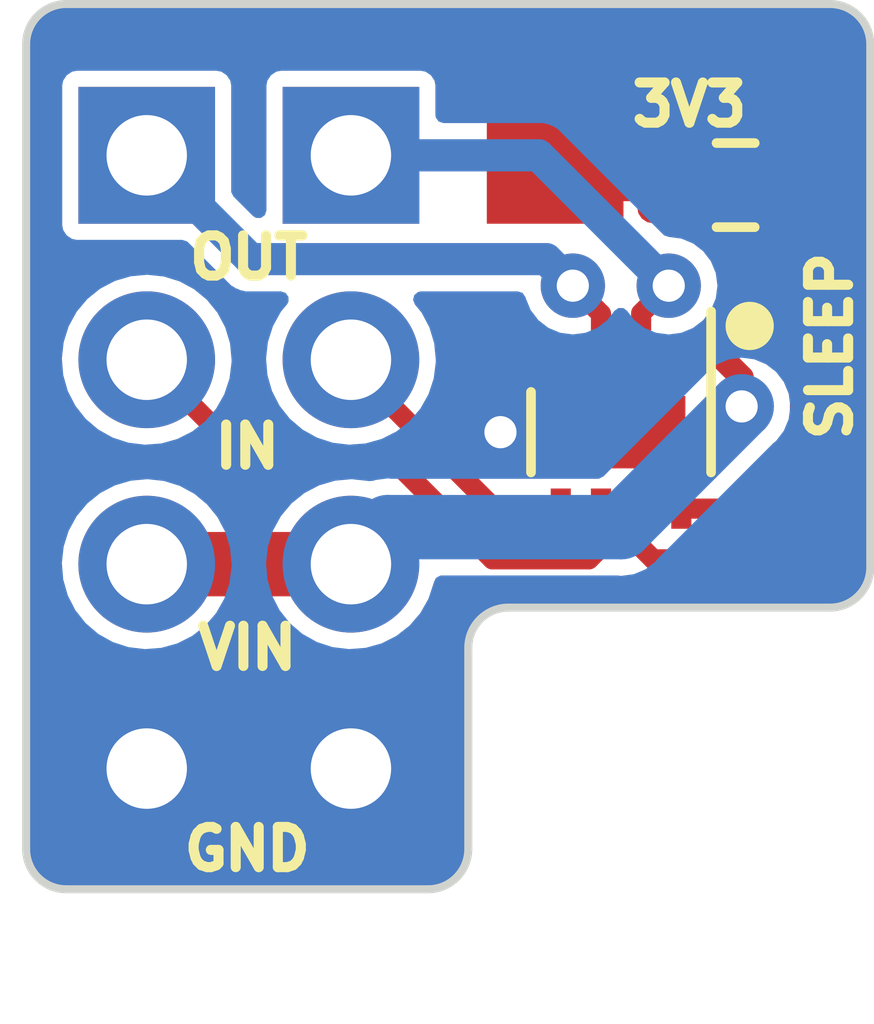
<source format=kicad_pcb>
(kicad_pcb (version 20211014) (generator pcbnew)
  (layers (0 "F.Cu" signal) (31 "B.Cu" signal) (34 "B.Paste" user) (35 "F.Paste" user) (36 "B.SilkS" user "B.Silkscreen") (37 "F.SilkS" user "F.Silkscreen") (38 "B.Mask" user) (39 "F.Mask" user) (44 "Edge.Cuts" user))
  (net 0 "")
  (net 1 "GND")
  (net 2 "/IN1")
  (net 3 "/IN2")
  (net 4 "/OUT1")
  (net 5 "+5V")
  (net 6 "/OUT2")
  (net 7 "+3V3")
  (net 8 "/SLEEP")
  (footprint "Package_SON:WSON-8-1EP_2x2mm_P0.5mm_EP0.9x1.6mm" (layer "F.Cu") (at 59.5 54.66 -90)
    (fp_text reference "U1" hide)
    (fp_text value "DRV8837C")
    (fp_line (start 0.5 1.12) (end -0.5 1.12) (layer "F.SilkS") (width 0.12))
    (fp_line (start -1.5 -1.12) (end 0.5 -1.12) (layer "F.SilkS") (width 0.12))
    (pad "1" smd rect (at -0.95 -0.75 270) (size 0.5 0.25) (layers "F.Cu" "F.Paste" "F.Mask") (net 5 "+5V"))
    (pad "2" smd rect (at -0.95 -0.25 270) (size 0.5 0.25) (layers "F.Cu" "F.Paste" "F.Mask") (net 4 "/OUT1"))
    (pad "3" smd rect (at -0.95 0.25 270) (size 0.5 0.25) (layers "F.Cu" "F.Paste" "F.Mask") (net 6 "/OUT2"))
    (pad "4" smd rect (at -0.95 0.75 270) (size 0.5 0.25) (layers "F.Cu" "F.Paste" "F.Mask") (net 1 "GND"))
    (pad "5" smd rect (at 0.95 0.75 270) (size 0.5 0.25) (layers "F.Cu" "F.Paste" "F.Mask") (net 3 "/IN2"))
    (pad "6" smd rect (at 0.95 0.25 270) (size 0.5 0.25) (layers "F.Cu" "F.Paste" "F.Mask") (net 2 "/IN1"))
    (pad "7" smd rect (at 0.95 -0.25 270) (size 0.5 0.25) (layers "F.Cu" "F.Paste" "F.Mask") (net 8 "/SLEEP"))
    (pad "8" smd rect (at 0.95 -0.75 270) (size 0.5 0.25) (layers "F.Cu" "F.Paste" "F.Mask") (net 7 "+3V3"))
    (pad "9" smd rect (at 0 0 270) (size 0.9 1.6) (layers "F.Cu" "F.Mask") (net 1 "GND"))
  )
  (footprint "Connector_PinHeader_2.54mm:PinHeader_2x04_P2.54mm_Vertical" (layer "F.Cu") (at 53.6 51.22)
    (fp_text reference "J1" hide)
    (fp_text value "INPUTS")
    (pad "1" thru_hole rect (at 0 0) (size 1.7 1.7) (drill 1) (layers *.Cu *.Mask) (net 6 "/OUT2"))
    (pad "2" thru_hole rect (at 2.54 0) (size 1.7 1.7) (drill 1) (layers *.Cu *.Mask) (net 4 "/OUT1"))
    (pad "3" thru_hole oval (at 0 2.54) (size 1.7 1.7) (drill 1) (layers *.Cu *.Mask) (net 2 "/IN1"))
    (pad "4" thru_hole oval (at 2.54 2.54) (size 1.7 1.7) (drill 1) (layers *.Cu *.Mask) (net 3 "/IN2"))
    (pad "5" thru_hole oval (at 0 5.08) (size 1.7 1.7) (drill 1) (layers *.Cu *.Mask) (net 5 "+5V"))
    (pad "6" thru_hole oval (at 2.54 5.08) (size 1.7 1.7) (drill 1) (layers *.Cu *.Mask) (net 5 "+5V"))
    (pad "7" thru_hole oval (at 0 7.62) (size 1.7 1.7) (drill 1) (layers *.Cu *.Mask) (net 1 "GND"))
    (pad "8" thru_hole oval (at 2.54 7.62) (size 1.7 1.7) (drill 1) (layers *.Cu *.Mask) (net 1 "GND"))
  )
  (footprint "Connector_PinHeader_2.54mm:PinHeader_1x01_P2.54mm_Vertical" (layer "F.Cu") (at 58.68 51.22)
    (fp_text reference "J2" hide)
    (fp_text value "3v3")
    (pad "1" smd rect (at 0 0) (size 1.7 1.7) (layers "F.Cu" "F.Paste" "F.Mask") (net 7 "+3V3"))
  )
  (footprint "Resistor_SMD:R_0603_1608Metric" (layer "F.Cu") (at 60.925 51.59 180)
    (fp_text reference "R1" hide)
    (fp_text value "10k")
    (fp_line (start -0.237258 -0.5225) (end 0.237258 -0.5225) (layer "F.SilkS") (width 0.12))
    (fp_line (start -0.237258 0.5225) (end 0.237258 0.5225) (layer "F.SilkS") (width 0.12))
    (pad "1" smd roundrect (at -0.825 0 180) (size 0.8 0.95) (layers "F.Cu" "F.Paste" "F.Mask") (net 8 "/SLEEP"))
    (pad "2" smd roundrect (at 0.825 0 180) (size 0.8 0.95) (layers "F.Cu" "F.Paste" "F.Mask") (net 7 "+3V3"))
  )
  (gr_circle (center 61.1 53.340001) (end 61.100001 53.340001) (layer "F.SilkS") (width 0.3) (fill none))
  (gr_line (start 62.6 49.84) (end 62.6 53.84) (layer "Edge.Cuts") (width 0.1))
  (gr_line (start 62.6 53.84) (end 62.6 56.34) (layer "Edge.Cuts") (width 0.1))
  (gr_arc (start 57.6 59.84) (mid 57.453553 60.193553) (end 57.1 60.34) (layer "Edge.Cuts") (width 0.1))
  (gr_arc (start 52.6 60.34) (mid 52.246447 60.193553) (end 52.1 59.84) (layer "Edge.Cuts") (width 0.1))
  (gr_line (start 57.6 57.34) (end 57.6 59.84) (layer "Edge.Cuts") (width 0.1))
  (gr_arc (start 52.1 49.84) (mid 52.246447 49.486447) (end 52.6 49.34) (layer "Edge.Cuts") (width 0.1))
  (gr_arc (start 62.1 49.34) (mid 62.453553 49.486447) (end 62.6 49.84) (layer "Edge.Cuts") (width 0.1))
  (gr_line (start 52.1 59.84) (end 52.1 49.84) (layer "Edge.Cuts") (width 0.1))
  (gr_arc (start 57.6 57.34) (mid 57.746447 56.986447) (end 58.1 56.84) (layer "Edge.Cuts") (width 0.1))
  (gr_line (start 62.1 56.84) (end 58.1 56.84) (layer "Edge.Cuts") (width 0.1))
  (gr_line (start 57.1 60.34) (end 52.6 60.34) (layer "Edge.Cuts") (width 0.1))
  (gr_arc (start 62.6 56.34) (mid 62.453553 56.693553) (end 62.1 56.84) (layer "Edge.Cuts") (width 0.1))
  (gr_line (start 52.6 49.34) (end 62.1 49.34) (layer "Edge.Cuts") (width 0.1))
  (gr_text "3V3" (at 60.35 50.59) (layer "F.SilkS") (effects (font (size 0.5 0.5) (thickness 0.125))))
  (gr_text "IN" (at 54.85 54.84) (layer "F.SilkS") (effects (font (size 0.5 0.5) (thickness 0.125))))
  (gr_text "SLEEP" (at 62.1 53.59 90) (layer "F.SilkS") (effects (font (size 0.5 0.5) (thickness 0.125))))
  (gr_text "GND" (at 54.85 59.84) (layer "F.SilkS") (effects (font (size 0.5 0.5) (thickness 0.125))))
  (gr_text "VIN" (at 54.85 57.34) (layer "F.SilkS") (effects (font (size 0.5 0.5) (thickness 0.125))))
  (gr_text "OUT" (at 54.87 52.49) (layer "F.SilkS") (effects (font (size 0.5 0.5) (thickness 0.125))))
  (segment (start 58.75 53.71) (end 58.75 54.19) (width 0.25) (layer "F.Cu") (net 1))
  (segment (start 58.75 54.59) (end 58.68 54.66) (width 0.25) (layer "F.Cu") (net 1))
  (segment (start 58.75 53.71) (end 58.75 54.59) (width 0.25) (layer "F.Cu") (net 1))
  (segment (start 59.5 54.66) (end 58 54.66) (width 0.8) (layer "F.Cu") (net 1))
  (via (at 58 54.66) (size 0.8) (drill 0.4) (layers "F.Cu" "B.Cu") (net 1))
  (segment (start 53.6 58.84) (end 56.14 58.84) (width 0.8) (layer "B.Cu") (net 1))
  (segment (start 54.88 55.04) (end 53.6 53.76) (width 0.25) (layer "F.Cu") (net 2))
  (segment (start 59.25 56.09) (end 59.1 56.24) (width 0.25) (layer "F.Cu") (net 2))
  (segment (start 59.25 55.61) (end 59.25 56.09) (width 0.25) (layer "F.Cu") (net 2))
  (segment (start 56.7 55.04) (end 54.88 55.04) (width 0.25) (layer "F.Cu") (net 2))
  (segment (start 57.9 56.24) (end 56.7 55.04) (width 0.25) (layer "F.Cu") (net 2))
  (segment (start 59.1 56.24) (end 57.9 56.24) (width 0.25) (layer "F.Cu") (net 2))
  (segment (start 56.14 53.825306) (end 56.14 53.76) (width 0.25) (layer "F.Cu") (net 3))
  (segment (start 58.75 55.61) (end 57.924695 55.61) (width 0.25) (layer "F.Cu") (net 3))
  (segment (start 57.924695 55.61) (end 56.14 53.825306) (width 0.25) (layer "F.Cu") (net 3))
  (segment (start 59.75 53.183001) (end 60.093001 52.84) (width 0.25) (layer "F.Cu") (net 4))
  (segment (start 59.75 53.71) (end 59.75 53.183001) (width 0.25) (layer "F.Cu") (net 4))
  (via (at 60.093001 52.84) (size 0.8) (drill 0.4) (layers "F.Cu" "B.Cu") (net 4))
  (segment (start 58.473001 51.22) (end 60.093001 52.84) (width 0.4) (layer "B.Cu") (net 4))
  (segment (start 56.14 51.22) (end 58.473001 51.22) (width 0.4) (layer "B.Cu") (net 4))
  (segment (start 61 54.34) (end 61 53.98) (width 0.3) (layer "F.Cu") (net 5))
  (segment (start 60.25 53.71) (end 60.73 53.71) (width 0.3) (layer "F.Cu") (net 5))
  (segment (start 53.6 56.3) (end 56.14 56.3) (width 0.8) (layer "F.Cu") (net 5))
  (segment (start 61 53.98) (end 60.73 53.71) (width 0.3) (layer "F.Cu") (net 5))
  (via (at 61 54.34) (size 0.8) (drill 0.4) (layers "F.Cu" "B.Cu") (net 5))
  (segment (start 56.6 55.84) (end 59.5 55.84) (width 0.8) (layer "B.Cu") (net 5))
  (segment (start 59.5 55.84) (end 61 54.34) (width 0.8) (layer "B.Cu") (net 5))
  (segment (start 56.14 56.3) (end 56.6 55.84) (width 0.8) (layer "B.Cu") (net 5))
  (segment (start 59.25 53.71) (end 59.25 53.189745) (width 0.25) (layer "F.Cu") (net 6))
  (segment (start 59.25 53.189745) (end 58.9 52.839745) (width 0.25) (layer "F.Cu") (net 6))
  (via (at 58.9 52.839745) (size 0.8) (drill 0.4) (layers "F.Cu" "B.Cu") (net 6))
  (segment (start 58.9 52.839745) (end 58.570255 52.51) (width 0.4) (layer "B.Cu") (net 6))
  (segment (start 54.89 52.51) (end 53.6 51.22) (width 0.4) (layer "B.Cu") (net 6))
  (segment (start 58.570255 52.51) (end 54.89 52.51) (width 0.4) (layer "B.Cu") (net 6))
  (segment (start 60.93 55.61) (end 61.725 54.815) (width 0.25) (layer "F.Cu") (net 7))
  (segment (start 61.725 54.815) (end 61.725 52.89) (width 0.25) (layer "F.Cu") (net 7))
  (segment (start 59.125 51.665) (end 58.68 51.22) (width 0.25) (layer "F.Cu") (net 7))
  (segment (start 61.725 52.89) (end 60.5 51.665) (width 0.25) (layer "F.Cu") (net 7))
  (segment (start 60.25 55.61) (end 60.93 55.61) (width 0.25) (layer "F.Cu") (net 7))
  (segment (start 60.5 51.665) (end 59.125 51.665) (width 0.25) (layer "F.Cu") (net 7))
  (segment (start 62.175 53.165) (end 62.175 52.015) (width 0.25) (layer "F.Cu") (net 8))
  (segment (start 59.75 56.09) (end 59.9 56.24) (width 0.25) (layer "F.Cu") (net 8))
  (segment (start 62.175 55.001396) (end 62.175 53.165) (width 0.25) (layer "F.Cu") (net 8))
  (segment (start 62.175 52.015) (end 61.75 51.59) (width 0.25) (layer "F.Cu") (net 8))
  (segment (start 59.9 56.24) (end 60.936396 56.24) (width 0.25) (layer "F.Cu") (net 8))
  (segment (start 59.75 55.61) (end 59.75 56.09) (width 0.25) (layer "F.Cu") (net 8))
  (segment (start 60.936396 56.24) (end 62.175 55.001396) (width 0.25) (layer "F.Cu") (net 8))
  (zone (net 1) (net_name "GND") (layer "B.Cu") (connect_pads yes (clearance 0)) (min_thickness 0.2) (fill yes (thermal_gap 0.508) (thermal_bridge_width 0.508))
    (polygon (pts (xy 62.6 56.84) (xy 58.1 56.84) (xy 58.1 60.34) (xy 52.1 60.34) (xy 52.1 49.34) (xy 62.6 49.34)))
  )
)
</source>
